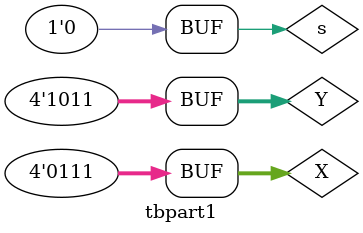
<source format=v>
module mux2 (
	input wire x,
	input wire y,
	input wire s,
	output wire m
);

assign m = ( s & y )|( (~s) & x ); // s가 0이면 m = x, s가 1이면 m = y
//m = s ? y : x; 로 써도 됨
endmodule

module part1(
	input wire [3:0] X, 
	input wire [3:0] Y, 
	input wire s, 
	output wire [3:0] M
);

mux2 u0(.x(X[3]), .y(Y[3]), .s(s), .m(M[3]));
mux2 u1(.x(X[2]), .y(Y[2]), .s(s), .m(M[2]));
mux2 u2(.x(X[1]), .y(Y[1]), .s(s), .m(M[1]));
mux2 u3(.x(X[0]), .y(Y[0]), .s(s), .m(M[0]));

endmodule

module tbpart1(); // testbench module
reg [3:0] X;
reg [3:0] Y;
reg s;
wire [3:0] M;

part1 u(.X(X), .Y(Y), .s(s), .M(M));

initial begin


X = 4'b0000;
Y = 4'b0000;
s = 1'b0; // 초기값 X = 0, Y = 0, s = 0 으로 설정

#100 X = 4'b0010; 

#100 Y = 4'b1011;

#100 s = 1'b1;

#100 X = 4'b0111;

#100 s = 1'b0; // 100time unit마다 값에 변화를 줘서 output 변화 확인

end

endmodule

</source>
